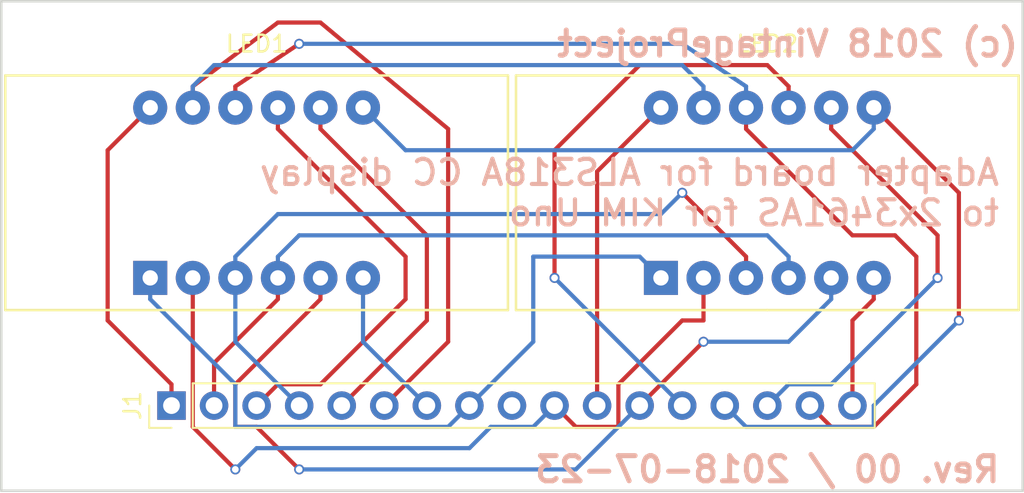
<source format=kicad_pcb>
(kicad_pcb (version 4) (host pcbnew 4.0.6)

  (general
    (links 24)
    (no_connects 0)
    (area 68.504999 53.264999 134.695001 85.17)
    (thickness 1.6)
    (drawings 7)
    (tracks 124)
    (zones 0)
    (modules 3)
    (nets 18)
  )

  (page A4)
  (title_block
    (title "ALS318A to 2x 2364AS adapter board for KIM Uno")
    (date 2018-07-23)
    (rev 00)
    (company VintageProject)
  )

  (layers
    (0 F.Cu signal)
    (31 B.Cu signal)
    (32 B.Adhes user)
    (33 F.Adhes user)
    (34 B.Paste user)
    (35 F.Paste user)
    (36 B.SilkS user)
    (37 F.SilkS user)
    (38 B.Mask user)
    (39 F.Mask user)
    (40 Dwgs.User user)
    (41 Cmts.User user)
    (42 Eco1.User user)
    (43 Eco2.User user)
    (44 Edge.Cuts user)
    (45 Margin user)
    (46 B.CrtYd user)
    (47 F.CrtYd user)
    (48 B.Fab user)
    (49 F.Fab user)
  )

  (setup
    (last_trace_width 0.25)
    (trace_clearance 0.2)
    (zone_clearance 0.508)
    (zone_45_only no)
    (trace_min 0.2)
    (segment_width 0.2)
    (edge_width 0.15)
    (via_size 0.6)
    (via_drill 0.4)
    (via_min_size 0.4)
    (via_min_drill 0.3)
    (uvia_size 0.3)
    (uvia_drill 0.1)
    (uvias_allowed no)
    (uvia_min_size 0.2)
    (uvia_min_drill 0.1)
    (pcb_text_width 0.3)
    (pcb_text_size 1.5 1.5)
    (mod_edge_width 0.15)
    (mod_text_size 1 1)
    (mod_text_width 0.15)
    (pad_size 1.524 1.524)
    (pad_drill 0.762)
    (pad_to_mask_clearance 0.2)
    (aux_axis_origin 0 0)
    (visible_elements 7FFFFFFF)
    (pcbplotparams
      (layerselection 0x010f0_80000001)
      (usegerberextensions false)
      (excludeedgelayer true)
      (linewidth 0.100000)
      (plotframeref false)
      (viasonmask false)
      (mode 1)
      (useauxorigin false)
      (hpglpennumber 1)
      (hpglpenspeed 20)
      (hpglpendiameter 15)
      (hpglpenoverlay 2)
      (psnegative false)
      (psa4output false)
      (plotreference true)
      (plotvalue true)
      (plotinvisibletext false)
      (padsonsilk false)
      (subtractmaskfromsilk false)
      (outputformat 1)
      (mirror false)
      (drillshape 0)
      (scaleselection 1)
      (outputdirectory Gerber/))
  )

  (net 0 "")
  (net 1 /CC1)
  (net 2 /Seg_c)
  (net 3 /CC2)
  (net 4 /Seg_h)
  (net 5 /CC3)
  (net 6 /Seg_a)
  (net 7 /CC4)
  (net 8 /Seg_e)
  (net 9 /CC5)
  (net 10 /Seg_d)
  (net 11 /CC6)
  (net 12 /Seg_g)
  (net 13 /CC7)
  (net 14 /Seg_b)
  (net 15 /CC8)
  (net 16 /Seg_f)
  (net 17 /CC9)

  (net_class Default "This is the default net class."
    (clearance 0.2)
    (trace_width 0.25)
    (via_dia 0.6)
    (via_drill 0.4)
    (uvia_dia 0.3)
    (uvia_drill 0.1)
    (add_net /CC1)
    (add_net /CC2)
    (add_net /CC3)
    (add_net /CC4)
    (add_net /CC5)
    (add_net /CC6)
    (add_net /CC7)
    (add_net /CC8)
    (add_net /CC9)
    (add_net /Seg_a)
    (add_net /Seg_b)
    (add_net /Seg_c)
    (add_net /Seg_d)
    (add_net /Seg_e)
    (add_net /Seg_f)
    (add_net /Seg_g)
    (add_net /Seg_h)
  )

  (module Thilo_Lib:3461AS-BS_4x7SEG-DIGIT_9mm (layer F.Cu) (tedit 5B558AF1) (tstamp 5B55AD6C)
    (at 86.36 67.31)
    (descr "LED Display 4x7 segments")
    (tags 3461AS)
    (path /5B557584)
    (fp_text reference LED1 (at 0 -8.89) (layer F.SilkS)
      (effects (font (size 1 1) (thickness 0.15)))
    )
    (fp_text value 3461AS (at 0 8.89) (layer F.Fab)
      (effects (font (size 1 1) (thickness 0.15)))
    )
    (fp_line (start 0 -7) (end 15 -7) (layer F.SilkS) (width 0.15))
    (fp_line (start 15 -7) (end 15 7) (layer F.SilkS) (width 0.15))
    (fp_line (start 15 7) (end 0 7) (layer F.SilkS) (width 0.15))
    (fp_line (start -15 -7) (end -15 7) (layer F.SilkS) (width 0.15))
    (fp_line (start -15 7) (end 0 7) (layer F.SilkS) (width 0.15))
    (fp_line (start 0 -7) (end -15 -7) (layer F.SilkS) (width 0.15))
    (pad 1 thru_hole rect (at -6.35 5.08) (size 2.032 2.032) (drill 0.9144) (layers *.Cu *.Mask)
      (net 8 /Seg_e))
    (pad 2 thru_hole circle (at -3.81 5.08) (size 2.032 2.032) (drill 0.9144) (layers *.Cu *.Mask)
      (net 10 /Seg_d))
    (pad 3 thru_hole circle (at -1.27 5.08) (size 2.032 2.032) (drill 0.9144) (layers *.Cu *.Mask)
      (net 4 /Seg_h))
    (pad 4 thru_hole circle (at 1.27 5.08) (size 2.032 2.032) (drill 0.9144) (layers *.Cu *.Mask)
      (net 2 /Seg_c))
    (pad 5 thru_hole circle (at 3.81 5.08) (size 2.032 2.032) (drill 0.9144) (layers *.Cu *.Mask)
      (net 12 /Seg_g))
    (pad 6 thru_hole circle (at 6.35 5.08) (size 2.032 2.032) (drill 0.9144) (layers *.Cu *.Mask)
      (net 7 /CC4))
    (pad 7 thru_hole circle (at 6.35 -5.08) (size 2.032 2.032) (drill 0.9144) (layers *.Cu *.Mask)
      (net 14 /Seg_b))
    (pad 8 thru_hole circle (at 3.81 -5.08) (size 2.032 2.032) (drill 0.9144) (layers *.Cu *.Mask)
      (net 5 /CC3))
    (pad 12 thru_hole circle (at -6.35 -5.08) (size 2.032 2.032) (drill 0.9144) (layers *.Cu *.Mask)
      (net 1 /CC1))
    (pad 11 thru_hole circle (at -3.81 -5.08) (size 2.032 2.032) (drill 0.9144) (layers *.Cu *.Mask)
      (net 6 /Seg_a))
    (pad 10 thru_hole circle (at -1.27 -5.08) (size 2.032 2.032) (drill 0.9144) (layers *.Cu *.Mask)
      (net 16 /Seg_f))
    (pad 9 thru_hole circle (at 1.27 -5.08) (size 2.032 2.032) (drill 0.9144) (layers *.Cu *.Mask)
      (net 3 /CC2))
  )

  (module Pin_Headers:Pin_Header_Straight_1x17_Pitch2.54mm (layer F.Cu) (tedit 5B558AE0) (tstamp 5B55AD56)
    (at 81.28 80.01 90)
    (descr "Through hole straight pin header, 1x17, 2.54mm pitch, single row")
    (tags "Through hole pin header THT 1x17 2.54mm single row")
    (path /5B558978)
    (fp_text reference J1 (at 0 -2.33 90) (layer F.SilkS)
      (effects (font (size 1 1) (thickness 0.15)))
    )
    (fp_text value ALS318A (at -2.54 20.32 180) (layer F.Fab)
      (effects (font (size 1 1) (thickness 0.15)))
    )
    (fp_line (start -0.635 -1.27) (end 1.27 -1.27) (layer F.Fab) (width 0.1))
    (fp_line (start 1.27 -1.27) (end 1.27 41.91) (layer F.Fab) (width 0.1))
    (fp_line (start 1.27 41.91) (end -1.27 41.91) (layer F.Fab) (width 0.1))
    (fp_line (start -1.27 41.91) (end -1.27 -0.635) (layer F.Fab) (width 0.1))
    (fp_line (start -1.27 -0.635) (end -0.635 -1.27) (layer F.Fab) (width 0.1))
    (fp_line (start -1.33 41.97) (end 1.33 41.97) (layer F.SilkS) (width 0.12))
    (fp_line (start -1.33 1.27) (end -1.33 41.97) (layer F.SilkS) (width 0.12))
    (fp_line (start 1.33 1.27) (end 1.33 41.97) (layer F.SilkS) (width 0.12))
    (fp_line (start -1.33 1.27) (end 1.33 1.27) (layer F.SilkS) (width 0.12))
    (fp_line (start -1.33 0) (end -1.33 -1.33) (layer F.SilkS) (width 0.12))
    (fp_line (start -1.33 -1.33) (end 0 -1.33) (layer F.SilkS) (width 0.12))
    (fp_line (start -1.8 -1.8) (end -1.8 42.45) (layer F.CrtYd) (width 0.05))
    (fp_line (start -1.8 42.45) (end 1.8 42.45) (layer F.CrtYd) (width 0.05))
    (fp_line (start 1.8 42.45) (end 1.8 -1.8) (layer F.CrtYd) (width 0.05))
    (fp_line (start 1.8 -1.8) (end -1.8 -1.8) (layer F.CrtYd) (width 0.05))
    (fp_text user %R (at 0 20.32 180) (layer F.Fab)
      (effects (font (size 1 1) (thickness 0.15)))
    )
    (pad 1 thru_hole rect (at 0 0 90) (size 1.7 1.7) (drill 1) (layers *.Cu *.Mask)
      (net 1 /CC1))
    (pad 2 thru_hole oval (at 0 2.54 90) (size 1.7 1.7) (drill 1) (layers *.Cu *.Mask)
      (net 2 /Seg_c))
    (pad 3 thru_hole oval (at 0 5.08 90) (size 1.7 1.7) (drill 1) (layers *.Cu *.Mask)
      (net 3 /CC2))
    (pad 4 thru_hole oval (at 0 7.62 90) (size 1.7 1.7) (drill 1) (layers *.Cu *.Mask)
      (net 4 /Seg_h))
    (pad 5 thru_hole oval (at 0 10.16 90) (size 1.7 1.7) (drill 1) (layers *.Cu *.Mask)
      (net 5 /CC3))
    (pad 6 thru_hole oval (at 0 12.7 90) (size 1.7 1.7) (drill 1) (layers *.Cu *.Mask)
      (net 6 /Seg_a))
    (pad 7 thru_hole oval (at 0 15.24 90) (size 1.7 1.7) (drill 1) (layers *.Cu *.Mask)
      (net 7 /CC4))
    (pad 8 thru_hole oval (at 0 17.78 90) (size 1.7 1.7) (drill 1) (layers *.Cu *.Mask)
      (net 8 /Seg_e))
    (pad 9 thru_hole oval (at 0 20.32 90) (size 1.7 1.7) (drill 1) (layers *.Cu *.Mask)
      (net 9 /CC5))
    (pad 10 thru_hole oval (at 0 22.86 90) (size 1.7 1.7) (drill 1) (layers *.Cu *.Mask)
      (net 10 /Seg_d))
    (pad 11 thru_hole oval (at 0 25.4 90) (size 1.7 1.7) (drill 1) (layers *.Cu *.Mask)
      (net 11 /CC6))
    (pad 12 thru_hole oval (at 0 27.94 90) (size 1.7 1.7) (drill 1) (layers *.Cu *.Mask)
      (net 12 /Seg_g))
    (pad 13 thru_hole oval (at 0 30.48 90) (size 1.7 1.7) (drill 1) (layers *.Cu *.Mask)
      (net 13 /CC7))
    (pad 14 thru_hole oval (at 0 33.02 90) (size 1.7 1.7) (drill 1) (layers *.Cu *.Mask)
      (net 14 /Seg_b))
    (pad 15 thru_hole oval (at 0 35.56 90) (size 1.7 1.7) (drill 1) (layers *.Cu *.Mask)
      (net 15 /CC8))
    (pad 16 thru_hole oval (at 0 38.1 90) (size 1.7 1.7) (drill 1) (layers *.Cu *.Mask)
      (net 16 /Seg_f))
    (pad 17 thru_hole oval (at 0 40.64 90) (size 1.7 1.7) (drill 1) (layers *.Cu *.Mask)
      (net 17 /CC9))
    (model ${KISYS3DMOD}/Pin_Headers.3dshapes/Pin_Header_Straight_1x17_Pitch2.54mm.wrl
      (at (xyz 0 0 0))
      (scale (xyz 1 1 1))
      (rotate (xyz 0 0 0))
    )
  )

  (module Thilo_Lib:3461AS-BS_4x7SEG-DIGIT_9mm (layer F.Cu) (tedit 5B558EDB) (tstamp 5B55AD82)
    (at 116.84 67.31)
    (descr "LED Display 4x7 segments")
    (tags 3461AS)
    (path /5B557602)
    (fp_text reference LED2 (at 0 -8.89) (layer F.SilkS)
      (effects (font (size 1 1) (thickness 0.15)))
    )
    (fp_text value 3461AS (at 0 8.89) (layer F.Fab)
      (effects (font (size 1 1) (thickness 0.15)))
    )
    (fp_line (start 0 -7) (end 15 -7) (layer F.SilkS) (width 0.15))
    (fp_line (start 15 -7) (end 15 7) (layer F.SilkS) (width 0.15))
    (fp_line (start 15 7) (end 0 7) (layer F.SilkS) (width 0.15))
    (fp_line (start -15 -7) (end -15 7) (layer F.SilkS) (width 0.15))
    (fp_line (start -15 7) (end 0 7) (layer F.SilkS) (width 0.15))
    (fp_line (start 0 -7) (end -15 -7) (layer F.SilkS) (width 0.15))
    (pad 1 thru_hole rect (at -6.35 5.08) (size 2.032 2.032) (drill 0.9144) (layers *.Cu *.Mask)
      (net 8 /Seg_e))
    (pad 2 thru_hole circle (at -3.81 5.08) (size 2.032 2.032) (drill 0.9144) (layers *.Cu *.Mask)
      (net 10 /Seg_d))
    (pad 3 thru_hole circle (at -1.27 5.08) (size 2.032 2.032) (drill 0.9144) (layers *.Cu *.Mask)
      (net 4 /Seg_h))
    (pad 4 thru_hole circle (at 1.27 5.08) (size 2.032 2.032) (drill 0.9144) (layers *.Cu *.Mask)
      (net 2 /Seg_c))
    (pad 5 thru_hole circle (at 3.81 5.08) (size 2.032 2.032) (drill 0.9144) (layers *.Cu *.Mask)
      (net 12 /Seg_g))
    (pad 6 thru_hole circle (at 6.35 5.08) (size 2.032 2.032) (drill 0.9144) (layers *.Cu *.Mask)
      (net 17 /CC9))
    (pad 7 thru_hole circle (at 6.35 -5.08) (size 2.032 2.032) (drill 0.9144) (layers *.Cu *.Mask)
      (net 14 /Seg_b))
    (pad 8 thru_hole circle (at 3.81 -5.08) (size 2.032 2.032) (drill 0.9144) (layers *.Cu *.Mask)
      (net 15 /CC8))
    (pad 12 thru_hole circle (at -6.35 -5.08) (size 2.032 2.032) (drill 0.9144) (layers *.Cu *.Mask)
      (net 11 /CC6))
    (pad 11 thru_hole circle (at -3.81 -5.08) (size 2.032 2.032) (drill 0.9144) (layers *.Cu *.Mask)
      (net 6 /Seg_a))
    (pad 10 thru_hole circle (at -1.27 -5.08) (size 2.032 2.032) (drill 0.9144) (layers *.Cu *.Mask)
      (net 16 /Seg_f))
    (pad 9 thru_hole circle (at 1.27 -5.08) (size 2.032 2.032) (drill 0.9144) (layers *.Cu *.Mask)
      (net 13 /CC7))
  )

  (gr_line (start 132.08 55.88) (end 132.08 85.09) (angle 90) (layer Edge.Cuts) (width 0.15))
  (gr_line (start 71.12 55.88) (end 71.12 85.09) (angle 90) (layer Edge.Cuts) (width 0.15))
  (gr_line (start 71.12 55.88) (end 132.08 55.88) (angle 90) (layer Edge.Cuts) (width 0.15))
  (gr_line (start 132.08 85.09) (end 71.12 85.09) (angle 90) (layer Edge.Cuts) (width 0.15))
  (gr_text "Rev. 00 / 2018-07-23" (at 116.84 83.82) (layer B.SilkS)
    (effects (font (size 1.5 1.5) (thickness 0.3)) (justify mirror))
  )
  (gr_text "Adapter board for ALS318A CC display\nto 2x3461AS for KIM Uno" (at 130.81 67.31) (layer B.SilkS)
    (effects (font (size 1.5 1.5) (thickness 0.25)) (justify left mirror))
  )
  (gr_text "(c) 2018 VintageProject" (at 104.14 58.42) (layer B.SilkS)
    (effects (font (size 1.5 1.5) (thickness 0.3)) (justify right mirror))
  )

  (segment (start 80.01 62.23) (end 77.47 64.77) (width 0.25) (layer F.Cu) (net 1) (status 80000))
  (segment (start 77.47 64.77) (end 77.47 74.93) (width 0.25) (layer F.Cu) (net 1) (status 80000))
  (segment (start 77.47 74.93) (end 81.28 78.74) (width 0.25) (layer F.Cu) (net 1) (status 80000))
  (segment (start 81.28 78.74) (end 81.28 80.01) (width 0.25) (layer F.Cu) (net 1) (status 80000))
  (segment (start 118.11 72.39) (end 118.11 71.12) (width 0.25) (layer B.Cu) (net 2) (status 80000))
  (segment (start 118.11 71.12) (end 116.84 69.85) (width 0.25) (layer B.Cu) (net 2) (status 80000))
  (segment (start 116.84 69.85) (end 88.9 69.85) (width 0.25) (layer B.Cu) (net 2) (status 80000))
  (segment (start 88.9 69.85) (end 87.63 71.12) (width 0.25) (layer B.Cu) (net 2) (status 80000))
  (segment (start 87.63 71.12) (end 87.63 72.39) (width 0.25) (layer B.Cu) (net 2) (status 80000))
  (segment (start 87.63 72.39) (end 87.63 73.66) (width 0.25) (layer F.Cu) (net 2) (status 80000))
  (segment (start 87.63 73.66) (end 83.82 77.47) (width 0.25) (layer F.Cu) (net 2) (status 80000))
  (segment (start 83.82 77.47) (end 83.82 80.01) (width 0.25) (layer F.Cu) (net 2) (status 80000))
  (segment (start 86.36 80.01) (end 87.63 78.74) (width 0.25) (layer F.Cu) (net 3) (status 80000))
  (segment (start 87.63 78.74) (end 90.17 78.74) (width 0.25) (layer F.Cu) (net 3) (status 80000))
  (segment (start 90.17 78.74) (end 95.25 73.66) (width 0.25) (layer F.Cu) (net 3) (status 80000))
  (segment (start 95.25 73.66) (end 95.25 71.12) (width 0.25) (layer F.Cu) (net 3) (status 80000))
  (segment (start 95.25 71.12) (end 87.63 63.5) (width 0.25) (layer F.Cu) (net 3) (status 80000))
  (segment (start 87.63 63.5) (end 87.63 62.23) (width 0.25) (layer F.Cu) (net 3) (status 80000))
  (segment (start 115.57 72.39) (end 115.57 71.12) (width 0.25) (layer F.Cu) (net 4) (status 80000))
  (segment (start 115.57 71.12) (end 111.76 67.31) (width 0.25) (layer F.Cu) (net 4) (status 80000))
  (via (at 111.76 67.31) (size 0.6) (layers F.Cu B.Cu) (net 4) (status 80000))
  (segment (start 111.76 67.31) (end 110.49 68.58) (width 0.25) (layer B.Cu) (net 4) (status 80000))
  (segment (start 110.49 68.58) (end 87.63 68.58) (width 0.25) (layer B.Cu) (net 4) (status 80000))
  (segment (start 87.63 68.58) (end 85.09 71.12) (width 0.25) (layer B.Cu) (net 4) (status 80000))
  (segment (start 85.09 71.12) (end 85.09 72.39) (width 0.25) (layer B.Cu) (net 4) (status 80000))
  (segment (start 85.09 72.39) (end 85.09 76.2) (width 0.25) (layer B.Cu) (net 4) (status 80000))
  (segment (start 85.09 76.2) (end 88.9 80.01) (width 0.25) (layer B.Cu) (net 4) (status 80000))
  (segment (start 90.17 62.23) (end 90.17 63.5) (width 0.25) (layer F.Cu) (net 5) (status 80000))
  (segment (start 90.17 63.5) (end 96.52 69.85) (width 0.25) (layer F.Cu) (net 5) (status 80000))
  (segment (start 96.52 69.85) (end 96.52 74.93) (width 0.25) (layer F.Cu) (net 5) (status 80000))
  (segment (start 96.52 74.93) (end 91.44 80.01) (width 0.25) (layer F.Cu) (net 5) (status 80000))
  (segment (start 82.55 62.23) (end 82.55 60.96) (width 0.25) (layer F.Cu) (net 6) (status 80000))
  (segment (start 82.55 60.96) (end 87.63 57.15) (width 0.25) (layer F.Cu) (net 6) (status 80000))
  (segment (start 87.63 57.15) (end 90.17 57.15) (width 0.25) (layer F.Cu) (net 6) (status 80000))
  (segment (start 90.17 57.15) (end 97.79 63.5) (width 0.25) (layer F.Cu) (net 6) (status 80000))
  (segment (start 97.79 63.5) (end 97.79 76.2) (width 0.25) (layer F.Cu) (net 6) (status 80000))
  (segment (start 97.79 76.2) (end 93.98 80.01) (width 0.25) (layer F.Cu) (net 6) (status 80000))
  (segment (start 82.55 62.23) (end 82.55 60.96) (width 0.25) (layer B.Cu) (net 6) (status 80000))
  (segment (start 82.55 60.96) (end 83.82 59.69) (width 0.25) (layer B.Cu) (net 6) (status 80000))
  (segment (start 83.82 59.69) (end 111.76 59.69) (width 0.25) (layer B.Cu) (net 6) (status 80000))
  (segment (start 111.76 59.69) (end 113.03 60.96) (width 0.25) (layer B.Cu) (net 6) (status 80000))
  (segment (start 113.03 60.96) (end 113.03 62.23) (width 0.25) (layer B.Cu) (net 6) (status 80000))
  (segment (start 92.71 72.39) (end 92.71 76.2) (width 0.25) (layer B.Cu) (net 7) (status 80000))
  (segment (start 92.71 76.2) (end 96.52 80.01) (width 0.25) (layer B.Cu) (net 7) (status 80000))
  (segment (start 110.49 72.39) (end 109.22 71.12) (width 0.25) (layer B.Cu) (net 8) (status 80000))
  (segment (start 109.22 71.12) (end 102.87 71.12) (width 0.25) (layer B.Cu) (net 8) (status 80000))
  (segment (start 102.87 71.12) (end 102.87 76.2) (width 0.25) (layer B.Cu) (net 8) (status 80000))
  (segment (start 102.87 76.2) (end 99.06 80.01) (width 0.25) (layer B.Cu) (net 8) (status 80000))
  (segment (start 99.06 80.01) (end 97.79 81.28) (width 0.25) (layer B.Cu) (net 8) (status 80000))
  (segment (start 97.79 81.28) (end 85.09 81.28) (width 0.25) (layer B.Cu) (net 8) (status 80000))
  (segment (start 85.09 81.28) (end 85.09 78.74) (width 0.25) (layer B.Cu) (net 8) (status 80000))
  (segment (start 85.09 78.74) (end 80.01 73.66) (width 0.25) (layer B.Cu) (net 8) (status 80000))
  (segment (start 80.01 73.66) (end 80.01 72.39) (width 0.25) (layer B.Cu) (net 8) (status 80000))
  (segment (start 104.14 80.01) (end 105.41 81.28) (width 0.25) (layer F.Cu) (net 10) (status 80000))
  (segment (start 105.41 81.28) (end 107.95 81.28) (width 0.25) (layer F.Cu) (net 10) (status 80000))
  (segment (start 107.95 81.28) (end 107.95 78.74) (width 0.25) (layer F.Cu) (net 10) (status 80000))
  (segment (start 107.95 78.74) (end 111.76 74.93) (width 0.25) (layer F.Cu) (net 10) (status 80000))
  (segment (start 111.76 74.93) (end 113.03 74.93) (width 0.25) (layer F.Cu) (net 10) (status 80000))
  (segment (start 113.03 74.93) (end 113.03 72.39) (width 0.25) (layer F.Cu) (net 10) (status 80000))
  (segment (start 82.55 72.39) (end 82.55 81.28) (width 0.25) (layer F.Cu) (net 10) (status 80000))
  (segment (start 82.55 81.28) (end 85.09 83.82) (width 0.25) (layer F.Cu) (net 10) (status 80000))
  (via (at 85.09 83.82) (size 0.6) (layers F.Cu B.Cu) (net 10) (status 80000))
  (segment (start 85.09 83.82) (end 86.36 82.55) (width 0.25) (layer B.Cu) (net 10) (status 80000))
  (segment (start 86.36 82.55) (end 99.06 82.55) (width 0.25) (layer B.Cu) (net 10) (status 80000))
  (segment (start 99.06 82.55) (end 100.33 81.28) (width 0.25) (layer B.Cu) (net 10) (status 80000))
  (segment (start 100.33 81.28) (end 102.87 81.28) (width 0.25) (layer B.Cu) (net 10) (status 80000))
  (segment (start 102.87 81.28) (end 104.14 80.01) (width 0.25) (layer B.Cu) (net 10) (status 80000))
  (segment (start 110.49 62.23) (end 106.68 66.04) (width 0.25) (layer F.Cu) (net 11) (status 80000))
  (segment (start 106.68 66.04) (end 106.68 80.01) (width 0.25) (layer F.Cu) (net 11) (status 80000))
  (segment (start 120.65 72.39) (end 120.65 73.66) (width 0.25) (layer B.Cu) (net 12) (status 80000))
  (segment (start 120.65 73.66) (end 118.11 76.2) (width 0.25) (layer B.Cu) (net 12) (status 80000))
  (segment (start 118.11 76.2) (end 113.03 76.2) (width 0.25) (layer B.Cu) (net 12) (status 80000))
  (via (at 113.03 76.2) (size 0.6) (layers F.Cu B.Cu) (net 12) (status 80000))
  (segment (start 113.03 76.2) (end 109.22 80.01) (width 0.25) (layer F.Cu) (net 12) (status 80000))
  (segment (start 109.22 80.01) (end 105.41 83.82) (width 0.25) (layer B.Cu) (net 12) (status 80000))
  (segment (start 105.41 83.82) (end 88.9 83.82) (width 0.25) (layer B.Cu) (net 12) (status 80000))
  (via (at 88.9 83.82) (size 0.6) (layers F.Cu B.Cu) (net 12) (status 80000))
  (segment (start 88.9 83.82) (end 86.36 81.28) (width 0.25) (layer F.Cu) (net 12) (status 80000))
  (segment (start 86.36 81.28) (end 85.09 81.28) (width 0.25) (layer F.Cu) (net 12) (status 80000))
  (segment (start 85.09 81.28) (end 85.09 78.74) (width 0.25) (layer F.Cu) (net 12) (status 80000))
  (segment (start 85.09 78.74) (end 90.17 73.66) (width 0.25) (layer F.Cu) (net 12) (status 80000))
  (segment (start 90.17 73.66) (end 90.17 72.39) (width 0.25) (layer F.Cu) (net 12) (status 80000))
  (segment (start 118.11 62.23) (end 118.11 60.96) (width 0.25) (layer F.Cu) (net 13) (status 80000))
  (segment (start 118.11 60.96) (end 116.84 59.69) (width 0.25) (layer F.Cu) (net 13) (status 80000))
  (segment (start 116.84 59.69) (end 109.22 59.69) (width 0.25) (layer F.Cu) (net 13) (status 80000))
  (segment (start 109.22 59.69) (end 104.14 64.77) (width 0.25) (layer F.Cu) (net 13) (status 80000))
  (segment (start 104.14 64.77) (end 104.14 72.39) (width 0.25) (layer F.Cu) (net 13) (status 80000))
  (via (at 104.14 72.39) (size 0.6) (layers F.Cu B.Cu) (net 13) (status 80000))
  (segment (start 104.14 72.39) (end 111.76 80.01) (width 0.25) (layer B.Cu) (net 13) (status 80000))
  (segment (start 123.19 62.23) (end 128.27 67.31) (width 0.25) (layer F.Cu) (net 14) (status 80000))
  (segment (start 128.27 67.31) (end 128.27 74.93) (width 0.25) (layer F.Cu) (net 14) (status 80000))
  (via (at 128.27 74.93) (size 0.6) (layers F.Cu B.Cu) (net 14) (status 80000))
  (segment (start 128.27 74.93) (end 123.19 80.01) (width 0.25) (layer B.Cu) (net 14) (status 80000))
  (segment (start 123.19 80.01) (end 123.19 81.28) (width 0.25) (layer B.Cu) (net 14) (status 80000))
  (segment (start 123.19 81.28) (end 115.57 81.28) (width 0.25) (layer B.Cu) (net 14) (status 80000))
  (segment (start 115.57 81.28) (end 114.3 80.01) (width 0.25) (layer B.Cu) (net 14) (status 80000))
  (segment (start 92.71 62.23) (end 95.25 64.77) (width 0.25) (layer B.Cu) (net 14) (status 80000))
  (segment (start 95.25 64.77) (end 121.92 64.77) (width 0.25) (layer B.Cu) (net 14) (status 80000))
  (segment (start 121.92 64.77) (end 123.19 63.5) (width 0.25) (layer B.Cu) (net 14) (status 80000))
  (segment (start 123.19 63.5) (end 123.19 62.23) (width 0.25) (layer B.Cu) (net 14) (status 80000))
  (segment (start 120.65 62.23) (end 120.65 63.5) (width 0.25) (layer F.Cu) (net 15) (status 80000))
  (segment (start 120.65 63.5) (end 127 69.85) (width 0.25) (layer F.Cu) (net 15) (status 80000))
  (segment (start 127 69.85) (end 127 72.39) (width 0.25) (layer F.Cu) (net 15) (status 80000))
  (via (at 127 72.39) (size 0.6) (layers F.Cu B.Cu) (net 15) (status 80000))
  (segment (start 127 72.39) (end 120.65 78.74) (width 0.25) (layer B.Cu) (net 15) (status 80000))
  (segment (start 120.65 78.74) (end 118.11 78.74) (width 0.25) (layer B.Cu) (net 15) (status 80000))
  (segment (start 118.11 78.74) (end 116.84 80.01) (width 0.25) (layer B.Cu) (net 15) (status 80000))
  (segment (start 119.38 80.01) (end 120.65 81.28) (width 0.25) (layer F.Cu) (net 16) (status 80000))
  (segment (start 120.65 81.28) (end 123.19 81.28) (width 0.25) (layer F.Cu) (net 16) (status 80000))
  (segment (start 123.19 81.28) (end 125.73 78.74) (width 0.25) (layer F.Cu) (net 16) (status 80000))
  (segment (start 125.73 78.74) (end 125.73 71.12) (width 0.25) (layer F.Cu) (net 16) (status 80000))
  (segment (start 125.73 71.12) (end 124.46 69.85) (width 0.25) (layer F.Cu) (net 16) (status 80000))
  (segment (start 124.46 69.85) (end 121.92 69.85) (width 0.25) (layer F.Cu) (net 16) (status 80000))
  (segment (start 121.92 69.85) (end 115.57 63.5) (width 0.25) (layer F.Cu) (net 16) (status 80000))
  (segment (start 115.57 63.5) (end 115.57 62.23) (width 0.25) (layer F.Cu) (net 16) (status 80000))
  (segment (start 115.57 62.23) (end 115.57 60.96) (width 0.25) (layer B.Cu) (net 16) (status 80000))
  (segment (start 115.57 60.96) (end 111.76 58.42) (width 0.25) (layer B.Cu) (net 16) (status 80000))
  (segment (start 111.76 58.42) (end 88.9 58.42) (width 0.25) (layer B.Cu) (net 16) (status 80000))
  (via (at 88.9 58.42) (size 0.6) (layers F.Cu B.Cu) (net 16) (status 80000))
  (segment (start 88.9 58.42) (end 85.09 60.96) (width 0.25) (layer F.Cu) (net 16) (status 80000))
  (segment (start 85.09 60.96) (end 85.09 62.23) (width 0.25) (layer F.Cu) (net 16) (status 80000))
  (segment (start 123.19 72.39) (end 123.19 73.66) (width 0.25) (layer F.Cu) (net 17) (status 80000))
  (segment (start 123.19 73.66) (end 121.92 74.93) (width 0.25) (layer F.Cu) (net 17) (status 80000))
  (segment (start 121.92 74.93) (end 121.92 80.01) (width 0.25) (layer F.Cu) (net 17) (status 80000))

)

</source>
